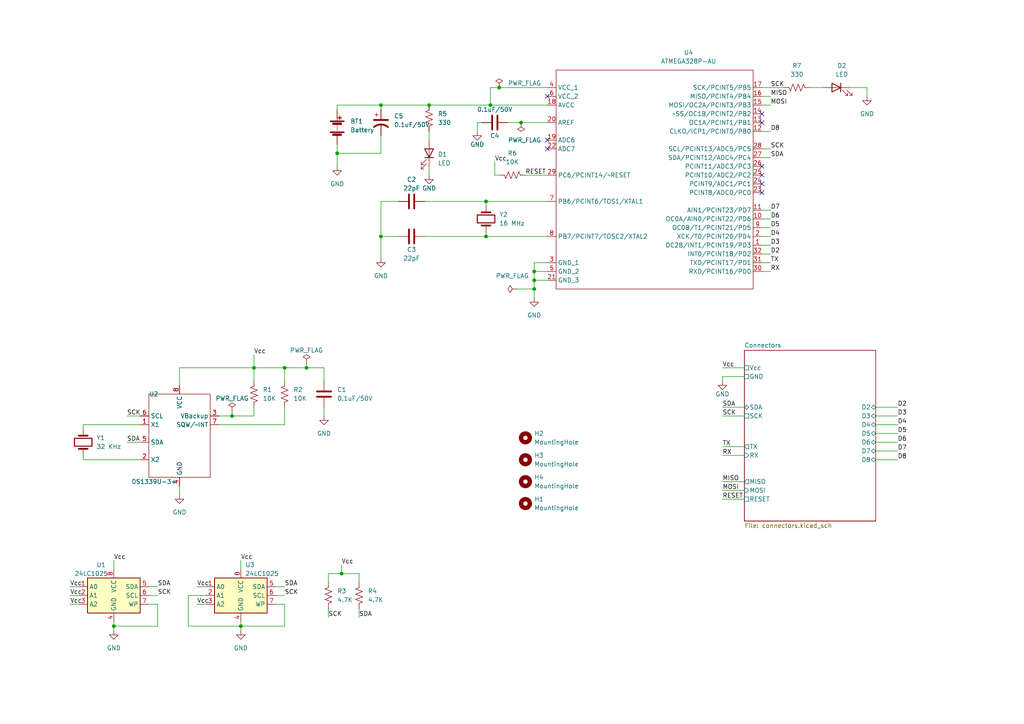
<source format=kicad_sch>
(kicad_sch (version 20211123) (generator eeschema)
  (paper "A4")
  (title_block (title "${project_name}") (date "2022-05-28") (rev "1"))
  (lib_symbols
    (symbol "RN_Batteries:Battery" (pin_numbers hide) (pin_names (offset 0) hide)
      (property "Reference" "BT" (at 2.54 2.54 0))
      (property "Value" "Battery" (at 2.54 0 0))
      (symbol "Battery_0_1"
        (rectangle (start -2.032 -1.397) (end 2.032 -1.651) (fill (type outline)))
        (rectangle (start -2.032 1.778) (end 2.032 1.524) (fill (type outline)))
        (rectangle (start -1.3208 -1.9812) (end 1.27 -2.4892) (fill (type outline)))
        (rectangle (start -1.3208 1.1938) (end 1.27 0.6858) (fill (type outline)))
        (polyline (pts (xy 0 -1.524) (xy 0 -1.27)))
        (polyline (pts (xy 0 -1.016) (xy 0 -0.762)))
        (polyline (pts (xy 0 -0.508) (xy 0 -0.254)))
        (polyline (pts (xy 0 0) (xy 0 0.254)))
        (polyline (pts (xy 0 0.508) (xy 0 0.762)))
        (polyline (pts (xy 0 1.778) (xy 0 2.54)))
        (polyline (pts (xy 0.254 2.667) (xy 1.27 2.667)) (stroke (width 0.254)))
        (polyline (pts (xy 0.762 3.175) (xy 0.762 2.159)) (stroke (width 0.254)))
      )
      (symbol "Battery_1_1"
        (pin passive line (at 0 5.08 270) (length 2.54) (name "+") (number "1"))
        (pin passive line (at 0 -5.08 90) (length 2.54) (name "-") (number "2"))
      )
    )
    (symbol "RN_Capacitors:C_NPOL" (pin_numbers hide) (pin_names (offset 0.254))
      (property "Reference" "C" (at 0.635 2.54 0))
      (property "Value" "C_NPOL" (at 0.635 -2.54 0))
      (symbol "C_NPOL_0_1"
        (polyline (pts (xy -2.032 -0.762) (xy 2.032 -0.762)) (stroke (width 0.508)))
        (polyline (pts (xy -2.032 0.762) (xy 2.032 0.762)) (stroke (width 0.508)))
      )
      (symbol "C_NPOL_1_1"
        (pin passive line (at 0 3.81 270) (length 2.794) (name "~") (number "1"))
        (pin passive line (at 0 -3.81 90) (length 2.794) (name "~") (number "2"))
      )
    )
    (symbol "RN_Capacitors:C_POL" (pin_numbers hide) (pin_names (offset 0.254) hide)
      (property "Reference" "C" (at 0.635 2.54 0))
      (property "Value" "C_POL" (at 0.635 -2.54 0))
      (symbol "C_POL_0_1"
        (polyline (pts (xy -2.032 0.762) (xy 2.032 0.762)) (stroke (width 0.508)))
        (polyline (pts (xy -1.778 2.286) (xy -0.762 2.286)))
        (polyline (pts (xy -1.27 1.778) (xy -1.27 2.794)))
        (arc (start 2.032 -1.27) (mid 0 -0.5572) (end -2.032 -1.27) (stroke (width 0.508)))
      )
      (symbol "C_POL_1_1"
        (pin passive line (at 0 3.81 270) (length 2.794) (name "~") (number "1"))
        (pin passive line (at 0 -3.81 90) (length 3.302) (name "~") (number "2"))
      )
    )
    (symbol "RN_Crystals:Y" (pin_numbers hide) (pin_names (offset 1.016) hide)
      (property "Reference" "Y" (at 0 3.81 0))
      (property "Value" "Y" (at 0 -3.81 0))
      (symbol "Y_0_1"
        (rectangle (start -1.143 2.54) (end 1.143 -2.54) (stroke (width 0.3048)))
        (polyline (pts (xy -2.54 0) (xy -1.905 0)))
        (polyline (pts (xy -1.905 -1.27) (xy -1.905 1.27)) (stroke (width 0.508)))
        (polyline (pts (xy 1.905 -1.27) (xy 1.905 1.27)) (stroke (width 0.508)))
        (polyline (pts (xy 2.54 0) (xy 1.905 0)))
      )
      (symbol "Y_1_1"
        (pin passive line (at -3.81 0 0) (length 1.27) (name "1") (number "1"))
        (pin passive line (at 3.81 0 180) (length 1.27) (name "2") (number "2"))
      )
    )
    (symbol "RN_IC_Memory:24LC1025"
      (property "Reference" "U" (at -6.35 6.35 0))
      (property "Value" "24LC1025" (at 1.27 6.35 0))
      (symbol "24LC1025_1_1"
        (rectangle (start -7.62 5.08) (end 7.62 -5.08) (stroke (width 0.254)) (fill (type background)))
        (pin input line (at -10.16 2.54 0) (length 2.54) (name "A0") (number "1"))
        (pin input line (at -10.16 0 0) (length 2.54) (name "A1") (number "2"))
        (pin input line (at -10.16 -2.54 0) (length 2.54) (name "A2") (number "3"))
        (pin power_in line (at 0 -7.62 90) (length 2.54) (name "GND") (number "4"))
        (pin bidirectional line (at 10.16 2.54 180) (length 2.54) (name "SDA") (number "5"))
        (pin input line (at 10.16 0 180) (length 2.54) (name "SCL") (number "6"))
        (pin input line (at 10.16 -2.54 180) (length 2.54) (name "WP") (number "7"))
        (pin power_in line (at 0 7.62 270) (length 2.54) (name "VCC") (number "8"))
      )
    )
    (symbol "RN_IC_Microcontrollers:ATMEGA328P-AU"
      (property "Reference" "U" (at -36.83 64.77 0))
      (property "Value" "ATMEGA328P-AU" (at -30.48 -2.54 0))
      (symbol "ATMEGA328P-AU_0_1"
        (rectangle (start -38.1 63.5) (end 19.05 0))
        (rectangle (start 19.685 20.32) (end 19.685 20.32))
      )
      (symbol "ATMEGA328P-AU_1_1"
        (pin bidirectional line (at 21.59 12.7 180) (length 2.54) (name "OC2B/INT1/PCINT19/PD3") (number "1"))
        (pin bidirectional line (at 21.59 20.32 180) (length 2.54) (name "OC0A/AIN0/PCINT22/PD6") (number "10"))
        (pin bidirectional line (at 21.59 22.86 180) (length 2.54) (name "AIN1/PCINT23/PD7") (number "11"))
        (pin bidirectional line (at 21.59 45.72 180) (length 2.54) (name "CLKO/ICP1/PCINT0/PB0") (number "12"))
        (pin bidirectional line (at 21.59 48.26 180) (length 2.54) (name "OC1A/PCINT1/PB1") (number "13"))
        (pin bidirectional line (at 21.59 50.8 180) (length 2.54) (name "~SS/OC1B/PCINT2/PB2") (number "14"))
        (pin bidirectional line (at 21.59 53.34 180) (length 2.54) (name "MOSI/OC2A/PCINT3/PB3") (number "15"))
        (pin bidirectional line (at 21.59 55.88 180) (length 2.54) (name "MISO/PCINT4/PB4") (number "16"))
        (pin bidirectional line (at 21.59 58.42 180) (length 2.54) (name "SCK/PCINT5/PB5") (number "17"))
        (pin power_in line (at -40.64 53.34 0) (length 2.54) (name "AVCC") (number "18"))
        (pin bidirectional line (at -40.64 43.18 0) (length 2.54) (name "ADC6") (number "19"))
        (pin bidirectional line (at 21.59 15.24 180) (length 2.54) (name "XCK/T0/PCINT20/PD4") (number "2"))
        (pin power_in line (at -40.64 48.26 0) (length 2.54) (name "AREF") (number "20"))
        (pin power_in line (at -40.64 2.54 0) (length 2.54) (name "GND_3") (number "21"))
        (pin bidirectional line (at -40.64 40.64 0) (length 2.54) (name "ADC7") (number "22"))
        (pin bidirectional line (at 21.59 27.94 180) (length 2.54) (name "PCINT8/ADC0/PC0") (number "23"))
        (pin bidirectional line (at 21.59 30.48 180) (length 2.54) (name "PCINT9/ADC1/PC1") (number "24"))
        (pin bidirectional line (at 21.59 33.02 180) (length 2.54) (name "PCINT10/ADC2/PC2") (number "25"))
        (pin bidirectional line (at 21.59 35.56 180) (length 2.54) (name "PCINT11/ADC3/PC3") (number "26"))
        (pin bidirectional line (at 21.59 38.1 180) (length 2.54) (name "SDA/PCINT12/ADC4/PC4") (number "27"))
        (pin bidirectional line (at 21.59 40.64 180) (length 2.54) (name "SCL/PCINT13/ADC5/PC5") (number "28"))
        (pin bidirectional line (at -40.64 33.02 0) (length 2.54) (name "PC6/PCINT14/~RESET") (number "29"))
        (pin power_in line (at -40.64 7.62 0) (length 2.54) (name "GND_1") (number "3"))
        (pin bidirectional line (at 21.59 5.08 180) (length 2.54) (name "RXD/PCINT16/PD0") (number "30"))
        (pin bidirectional line (at 21.59 7.62 180) (length 2.54) (name "TXD/PCINT17/PD1") (number "31"))
        (pin bidirectional line (at 21.59 10.16 180) (length 2.54) (name "INT0/PCINT18/PD2") (number "32"))
        (pin power_in line (at -40.64 58.42 0) (length 2.54) (name "VCC_1") (number "4"))
        (pin power_in line (at -40.64 5.08 0) (length 2.54) (name "GND_2") (number "5"))
        (pin power_in line (at -40.64 55.88 0) (length 2.54) (name "VCC_2") (number "6"))
        (pin bidirectional line (at -40.64 25.4 0) (length 2.54) (name "PB6/PCINT6/TOS1/XTAL1") (number "7"))
        (pin bidirectional line (at -40.64 15.24 0) (length 2.54) (name "PB7/PCINT7/TOSC2/XTAL2") (number "8"))
        (pin bidirectional line (at 21.59 17.78 180) (length 2.54) (name "OC0B/T1/PCINT21/PD5") (number "9"))
      )
    )
    (symbol "RN_IC_RTC:DS1339U-3+"
      (property "Reference" "U" (at -8.89 17.78 0))
      (property "Value" "DS1339U-3+" (at -2.54 -8.89 0))
      (symbol "DS1339U-3+_0_1"
        (rectangle (start -8.89 16.51) (end 8.89 -7.62))
      )
      (symbol "DS1339U-3+_1_1"
        (pin input line (at -11.43 7.62 0) (length 2.54) (name "X1") (number "1"))
        (pin input line (at -11.43 -2.54 0) (length 2.54) (name "X2") (number "2"))
        (pin power_in line (at 11.43 10.16 180) (length 2.54) (name "VBackup") (number "3"))
        (pin power_in line (at 0 -10.16 90) (length 2.54) (name "GND") (number "4"))
        (pin bidirectional line (at -11.43 2.54 0) (length 2.54) (name "SDA") (number "5"))
        (pin input line (at -11.43 10.16 0) (length 2.54) (name "SCL") (number "6"))
        (pin output line (at 11.43 7.62 180) (length 2.54) (name "SQW/~INT") (number "7"))
        (pin power_in line (at 0 19.05 270) (length 2.54) (name "VCC") (number "8"))
      )
    )
    (symbol "RN_LED:LED" (pin_numbers hide) (pin_names (offset 1.016) hide)
      (property "Reference" "D" (at -1.27 2.54 0))
      (property "Value" "LED" (at -1.27 -3.81 0))
      (symbol "LED_0_1"
        (polyline (pts (xy 0 -1.27) (xy 0 1.27)) (stroke (width 0.254)))
        (polyline (pts (xy 0 0) (xy -2.54 0)))
        (polyline (pts (xy -2.54 -1.27) (xy -2.54 1.27) (xy 0 0) (xy -2.54 -1.27)) (stroke (width 0.254)))
        (polyline (pts (xy 0.508 -0.762) (xy 2.032 -2.286) (xy 1.27 -2.286) (xy 2.032 -2.286) (xy 2.032 -1.524)))
        (polyline (pts (xy 1.778 -0.762) (xy 3.302 -2.286) (xy 2.54 -2.286) (xy 3.302 -2.286) (xy 3.302 -1.524)))
      )
      (symbol "LED_1_1"
        (pin passive line (at 2.54 0 180) (length 2.54) (name "K") (number "1"))
        (pin passive line (at -5.08 0 0) (length 2.54) (name "A") (number "2"))
      )
    )
    (symbol "RN_Mounting:MountingHole" (pin_names (offset 1.016))
      (property "Reference" "H" (at 0 5.08 0))
      (property "Value" "MountingHole" (at 0 3.175 0))
      (symbol "MountingHole_0_1"
        (circle (center 0 0) (radius 1.27) (stroke (width 1.27)))
      )
    )
    (symbol "RN_Power:GND" (power) (pin_names (offset 0))
      (property "Value" "GND" (at 0 -3.81 0))
      (symbol "GND_0_1"
        (polyline (pts (xy 0 0) (xy 0 -1.27) (xy 1.27 -1.27) (xy 0 -2.54) (xy -1.27 -1.27) (xy 0 -1.27)))
      )
      (symbol "GND_1_1"
        (pin power_in line (at 0 0 270) (length 0) hide (name "GND") (number "1"))
      )
    )
    (symbol "RN_Power:PWR_FLAG" (power) (pin_numbers hide) (pin_names (offset 0) hide)
      (property "Value" "PWR_FLAG" (at 0 3.81 0))
      (symbol "PWR_FLAG_0_0"
        (pin power_out line (at 0 0 90) (length 0) (name "pwr") (number "1"))
      )
      (symbol "PWR_FLAG_0_1"
        (polyline (pts (xy 0 0) (xy 0 1.27) (xy -1.016 1.905) (xy 0 2.54) (xy 1.016 1.905) (xy 0 1.27)))
      )
    )
    (symbol "RN_Resistors:R" (pin_numbers hide) (pin_names (offset 0))
      (property "Reference" "R" (at 0 2.54 0))
      (property "Value" "R" (at 0 -2.54 0))
      (symbol "R_0_1"
        (polyline (pts (xy -2.286 0) (xy -2.54 0)))
        (polyline (pts (xy 2.286 0) (xy 2.54 0)))
        (polyline (pts (xy -0.762 0) (xy -1.143 1.016) (xy -1.524 0) (xy -1.905 -1.016) (xy -2.286 0)))
        (polyline (pts (xy 0.762 0) (xy 0.381 1.016) (xy 0 0) (xy -0.381 -1.016) (xy -0.762 0)))
        (polyline (pts (xy 2.286 0) (xy 1.905 1.016) (xy 1.524 0) (xy 1.143 -1.016) (xy 0.762 0)))
      )
      (symbol "R_1_1"
        (pin passive line (at 3.81 0 180) (length 1.27) (name "~") (number "1"))
        (pin passive line (at -3.81 0 0) (length 1.27) (name "~") (number "2"))
      )
    )
  )
  (junction (at 33.02 181.61))
  (junction (at 124.46 30.48))
  (junction (at 140.97 68.58))
  (junction (at 88.9 106.68))
  (junction (at 97.79 44.45))
  (junction (at 73.66 106.68))
  (junction (at 154.94 78.74))
  (junction (at 67.31 120.65))
  (junction (at 144.78 25.4))
  (junction (at 142.24 30.48))
  (junction (at 99.06 166.37))
  (junction (at 151.13 35.56))
  (junction (at 140.97 58.42))
  (junction (at 69.85 181.61))
  (junction (at 110.49 68.58))
  (junction (at 82.55 106.68))
  (junction (at 110.49 30.48))
  (junction (at 154.94 81.28))
  (junction (at 154.94 83.82))
  (no_connect (at 158.75 27.94))
  (no_connect (at 158.75 43.18))
  (no_connect (at 220.98 53.34))
  (no_connect (at 220.98 50.8))
  (no_connect (at 220.98 48.26))
  (no_connect (at 220.98 55.88))
  (no_connect (at 220.98 35.56))
  (no_connect (at 220.98 33.02))
  (no_connect (at 158.75 40.64))
  (wire (pts (xy 209.55 109.22) (xy 215.9 109.22)))
  (wire (pts (xy 82.55 175.26) (xy 82.55 181.61)))
  (wire (pts (xy 142.24 25.4) (xy 142.24 30.48)))
  (wire (pts (xy 24.13 133.35) (xy 24.13 132.08)))
  (wire (pts (xy 57.15 170.18) (xy 59.69 170.18)))
  (wire (pts (xy 124.46 48.26) (xy 124.46 50.8)))
  (wire (pts (xy 209.55 142.24) (xy 215.9 142.24)))
  (wire (pts (xy 209.55 120.65) (xy 215.9 120.65)))
  (wire (pts (xy 124.46 30.48) (xy 110.49 30.48)))
  (wire (pts (xy 82.55 123.19) (xy 82.55 118.11)))
  (wire (pts (xy 33.02 181.61) (xy 33.02 182.88)))
  (wire (pts (xy 20.32 175.26) (xy 22.86 175.26)))
  (wire (pts (xy 220.98 43.18) (xy 223.52 43.18)))
  (wire (pts (xy 24.13 123.19) (xy 24.13 124.46)))
  (wire (pts (xy 158.75 25.4) (xy 144.78 25.4)))
  (wire (pts (xy 154.94 81.28) (xy 154.94 83.82)))
  (wire (pts (xy 43.18 172.72) (xy 45.72 172.72)))
  (wire (pts (xy 110.49 68.58) (xy 110.49 74.93)))
  (wire (pts (xy 209.55 118.11) (xy 215.9 118.11)))
  (wire (pts (xy 251.46 27.94) (xy 251.46 25.4)))
  (wire (pts (xy 73.66 106.68) (xy 73.66 110.49)))
  (wire (pts (xy 88.9 105.41) (xy 88.9 106.68)))
  (wire (pts (xy 33.02 162.56) (xy 33.02 165.1)))
  (wire (pts (xy 110.49 30.48) (xy 110.49 31.75)))
  (wire (pts (xy 123.19 58.42) (xy 140.97 58.42)))
  (wire (pts (xy 95.25 176.53) (xy 95.25 179.07)))
  (wire (pts (xy 154.94 78.74) (xy 158.75 78.74)))
  (wire (pts (xy 80.01 170.18) (xy 82.55 170.18)))
  (wire (pts (xy 140.97 67.31) (xy 140.97 68.58)))
  (wire (pts (xy 73.66 120.65) (xy 73.66 118.11)))
  (wire (pts (xy 220.98 60.96) (xy 223.52 60.96)))
  (wire (pts (xy 223.52 38.1) (xy 220.98 38.1)))
  (wire (pts (xy 220.98 78.74) (xy 223.52 78.74)))
  (wire (pts (xy 254 128.27) (xy 260.35 128.27)))
  (wire (pts (xy 82.55 106.68) (xy 82.55 110.49)))
  (wire (pts (xy 95.25 166.37) (xy 99.06 166.37)))
  (wire (pts (xy 124.46 38.1) (xy 124.46 40.64)))
  (wire (pts (xy 95.25 168.91) (xy 95.25 166.37)))
  (wire (pts (xy 220.98 25.4) (xy 227.33 25.4)))
  (wire (pts (xy 43.18 170.18) (xy 45.72 170.18)))
  (wire (pts (xy 138.43 35.56) (xy 139.7 35.56)))
  (wire (pts (xy 115.57 58.42) (xy 110.49 58.42)))
  (wire (pts (xy 63.5 123.19) (xy 82.55 123.19)))
  (wire (pts (xy 154.94 76.2) (xy 154.94 78.74)))
  (wire (pts (xy 220.98 73.66) (xy 223.52 73.66)))
  (wire (pts (xy 36.83 120.65) (xy 40.64 120.65)))
  (wire (pts (xy 67.31 120.65) (xy 73.66 120.65)))
  (wire (pts (xy 140.97 68.58) (xy 158.75 68.58)))
  (wire (pts (xy 110.49 39.37) (xy 110.49 44.45)))
  (wire (pts (xy 144.78 25.4) (xy 142.24 25.4)))
  (wire (pts (xy 220.98 63.5) (xy 223.52 63.5)))
  (wire (pts (xy 158.75 30.48) (xy 142.24 30.48)))
  (wire (pts (xy 209.55 144.78) (xy 215.9 144.78)))
  (wire (pts (xy 88.9 106.68) (xy 93.98 106.68)))
  (wire (pts (xy 63.5 120.65) (xy 67.31 120.65)))
  (wire (pts (xy 209.55 129.54) (xy 215.9 129.54)))
  (wire (pts (xy 93.98 106.68) (xy 93.98 110.49)))
  (wire (pts (xy 158.75 76.2) (xy 154.94 76.2)))
  (wire (pts (xy 149.86 83.82) (xy 154.94 83.82)))
  (wire (pts (xy 140.97 58.42) (xy 140.97 59.69)))
  (wire (pts (xy 254 133.35) (xy 260.35 133.35)))
  (wire (pts (xy 220.98 71.12) (xy 223.52 71.12)))
  (wire (pts (xy 93.98 118.11) (xy 93.98 120.65)))
  (wire (pts (xy 209.55 132.08) (xy 215.9 132.08)))
  (wire (pts (xy 138.43 35.56) (xy 138.43 38.1)))
  (wire (pts (xy 123.19 68.58) (xy 140.97 68.58)))
  (wire (pts (xy 254 120.65) (xy 260.35 120.65)))
  (wire (pts (xy 220.98 45.72) (xy 223.52 45.72)))
  (wire (pts (xy 40.64 133.35) (xy 24.13 133.35)))
  (wire (pts (xy 143.51 46.99) (xy 143.51 50.8)))
  (wire (pts (xy 110.49 58.42) (xy 110.49 68.58)))
  (wire (pts (xy 80.01 175.26) (xy 82.55 175.26)))
  (wire (pts (xy 54.61 172.72) (xy 54.61 181.61)))
  (wire (pts (xy 152.4 50.8) (xy 158.75 50.8)))
  (wire (pts (xy 220.98 76.2) (xy 223.52 76.2)))
  (wire (pts (xy 220.98 68.58) (xy 223.52 68.58)))
  (wire (pts (xy 154.94 81.28) (xy 158.75 81.28)))
  (wire (pts (xy 40.64 123.19) (xy 24.13 123.19)))
  (wire (pts (xy 69.85 180.34) (xy 69.85 181.61)))
  (wire (pts (xy 220.98 30.48) (xy 223.52 30.48)))
  (wire (pts (xy 124.46 30.48) (xy 142.24 30.48)))
  (wire (pts (xy 99.06 166.37) (xy 104.14 166.37)))
  (wire (pts (xy 254 123.19) (xy 260.35 123.19)))
  (wire (pts (xy 104.14 166.37) (xy 104.14 168.91)))
  (wire (pts (xy 33.02 180.34) (xy 33.02 181.61)))
  (wire (pts (xy 82.55 106.68) (xy 88.9 106.68)))
  (wire (pts (xy 54.61 181.61) (xy 69.85 181.61)))
  (wire (pts (xy 99.06 163.83) (xy 99.06 166.37)))
  (wire (pts (xy 45.72 175.26) (xy 45.72 181.61)))
  (wire (pts (xy 20.32 172.72) (xy 22.86 172.72)))
  (wire (pts (xy 254 130.81) (xy 260.35 130.81)))
  (wire (pts (xy 52.07 106.68) (xy 73.66 106.68)))
  (wire (pts (xy 69.85 181.61) (xy 69.85 182.88)))
  (wire (pts (xy 158.75 58.42) (xy 140.97 58.42)))
  (wire (pts (xy 254 118.11) (xy 260.35 118.11)))
  (wire (pts (xy 73.66 102.87) (xy 73.66 106.68)))
  (wire (pts (xy 154.94 78.74) (xy 154.94 81.28)))
  (wire (pts (xy 251.46 25.4) (xy 246.38 25.4)))
  (wire (pts (xy 36.83 128.27) (xy 40.64 128.27)))
  (wire (pts (xy 254 125.73) (xy 260.35 125.73)))
  (wire (pts (xy 220.98 66.04) (xy 223.52 66.04)))
  (wire (pts (xy 209.55 106.68) (xy 215.9 106.68)))
  (wire (pts (xy 69.85 181.61) (xy 82.55 181.61)))
  (wire (pts (xy 54.61 172.72) (xy 59.69 172.72)))
  (wire (pts (xy 97.79 44.45) (xy 97.79 48.26)))
  (wire (pts (xy 110.49 30.48) (xy 97.79 30.48)))
  (wire (pts (xy 57.15 175.26) (xy 59.69 175.26)))
  (wire (pts (xy 151.13 35.56) (xy 158.75 35.56)))
  (wire (pts (xy 147.32 35.56) (xy 151.13 35.56)))
  (wire (pts (xy 52.07 111.76) (xy 52.07 106.68)))
  (wire (pts (xy 69.85 162.56) (xy 69.85 165.1)))
  (wire (pts (xy 110.49 44.45) (xy 97.79 44.45)))
  (wire (pts (xy 220.98 27.94) (xy 223.52 27.94)))
  (wire (pts (xy 73.66 106.68) (xy 82.55 106.68)))
  (wire (pts (xy 209.55 139.7) (xy 215.9 139.7)))
  (wire (pts (xy 234.95 25.4) (xy 238.76 25.4)))
  (wire (pts (xy 97.79 30.48) (xy 97.79 31.75)))
  (wire (pts (xy 110.49 68.58) (xy 115.57 68.58)))
  (wire (pts (xy 20.32 170.18) (xy 22.86 170.18)))
  (wire (pts (xy 97.79 41.91) (xy 97.79 44.45)))
  (wire (pts (xy 143.51 50.8) (xy 144.78 50.8)))
  (wire (pts (xy 209.55 109.22) (xy 209.55 110.49)))
  (wire (pts (xy 43.18 175.26) (xy 45.72 175.26)))
  (wire (pts (xy 104.14 176.53) (xy 104.14 179.07)))
  (wire (pts (xy 154.94 83.82) (xy 154.94 86.36)))
  (wire (pts (xy 52.07 140.97) (xy 52.07 143.51)))
  (wire (pts (xy 80.01 172.72) (xy 82.55 172.72)))
  (wire (pts (xy 67.31 119.38) (xy 67.31 120.65)))
  (wire (pts (xy 33.02 181.61) (xy 45.72 181.61)))
  (label "Vcc" (at 20.32 175.26 0))
  (label "MISO" (at 209.55 139.7 0))
  (label "TX" (at 223.52 76.2 0))
  (label "Vcc" (at 73.66 102.87 0))
  (label "SDA" (at 36.83 128.27 0))
  (label "Vcc" (at 57.15 175.26 0))
  (label "D2" (at 260.35 118.11 0))
  (label "MISO" (at 223.52 27.94 0))
  (label "Vcc" (at 20.32 170.18 0))
  (label "RESET" (at 209.55 144.78 0))
  (label "SCK" (at 45.72 172.72 0))
  (label "D6" (at 260.35 128.27 0))
  (label "MOSI" (at 209.55 142.24 0))
  (label "Vcc" (at 69.85 162.56 0))
  (label "SCK" (at 95.25 179.07 0))
  (label "RX" (at 223.52 78.74 0))
  (label "D3" (at 260.35 120.65 0))
  (label "D8" (at 260.35 133.35 0))
  (label "SCK" (at 223.52 25.4 0))
  (label "TX" (at 209.55 129.54 0))
  (label "D7" (at 223.52 60.96 0))
  (label "D6" (at 223.52 63.5 0))
  (label "SDA" (at 223.52 45.72 0))
  (label "SCK" (at 209.55 120.65 0))
  (label "D7" (at 260.35 130.81 0))
  (label "Vcc" (at 99.06 163.83 0))
  (label "SCK" (at 223.52 43.18 0))
  (label "SDA" (at 209.55 118.11 0))
  (label "D4" (at 223.52 68.58 0))
  (label "D5" (at 260.35 125.73 0))
  (label "Vcc" (at 57.15 170.18 0))
  (label "RX" (at 209.55 132.08 0))
  (label "SDA" (at 104.14 179.07 0))
  (label "D8" (at 223.52 38.1 0))
  (label "Vcc" (at 143.51 46.99 0))
  (label "Vcc" (at 33.02 162.56 0))
  (label "D3" (at 223.52 71.12 0))
  (label "SDA" (at 82.55 170.18 0))
  (label "Vcc" (at 209.55 106.68 0))
  (label "D4" (at 260.35 123.19 0))
  (label "D2" (at 223.52 73.66 0))
  (label "MOSI" (at 223.52 30.48 0))
  (label "SCK" (at 36.83 120.65 0))
  (label "RESET" (at 152.4 50.8 0))
  (label "D5" (at 223.52 66.04 0))
  (label "SCK" (at 82.55 172.72 0))
  (label "SDA" (at 45.72 170.18 0))
  (label "Vcc" (at 20.32 172.72 0))
  (symbol (lib_id "RN_LED:LED") (at 243.84 25.4 0) (unit 1)
    (property "Reference" "D2" (at 244.1575 19.05 0))
    (property "Value" "LED" (at 244.1575 21.59 0))
    (property "Footprint" "RN_LED:D_SMD_LED_GREEN_0805_WUE_150080GS75000" (effects hide))
  )
  (symbol (lib_id "RN_IC_Microcontrollers:ATMEGA328P-AU") (at 199.39 83.82 0) (unit 1)
    (property "Reference" "U4" (at 199.7075 15.24 0))
    (property "Value" "ATMEGA328P-AU" (at 199.7075 17.78 0))
    (property "Footprint" "RN_IC_Microcontrollers:U_SMD_ATMEGA320P-AU_QFP-32_MIC_ATMEGA328P-AU" (effects hide))
  )
  (symbol (lib_id "RN_Power:GND") (at 110.49 74.93 0) (unit 1)
    (property "Reference" "#PWR06" (effects hide))
    (property "Value" "GND" (at 110.49 80.01 0))
  )
  (symbol (lib_id "RN_Power:GND") (at 69.85 182.88 0) (unit 1)
    (property "Reference" "#PWR03" (effects hide))
    (property "Value" "GND" (at 69.85 187.96 0))
  )
  (symbol (lib_id "RN_Mounting:MountingHole") (at 152.4 146.05 0) (unit 1)
    (property "Reference" "H1" (at 154.94 144.7799 0) (effects (justify left)))
    (property "Value" "MountingHole" (at 154.94 147.3199 0) (effects (justify left)))
    (property "Footprint" "RN_Mounting:MOUNTINGHOLE_2.1MM" (effects hide))
  )
  (symbol (lib_id "RN_Mounting:MountingHole") (at 152.4 127 0) (unit 1)
    (property "Reference" "H2" (at 154.94 125.7299 0) (effects (justify left)))
    (property "Value" "MountingHole" (at 154.94 128.2699 0) (effects (justify left)))
    (property "Footprint" "RN_Mounting:MOUNTINGHOLE_2.1MM" (effects hide))
  )
  (symbol (lib_id "RN_Power:PWR_FLAG") (at 151.13 35.56 180) (unit 1)
    (property "Reference" "#FLG0105" (effects hide))
    (property "Value" "PWR_FLAG" (at 147.32 40.64 0) (effects (justify right)))
  )
  (symbol (lib_id "RN_Power:GND") (at 251.46 27.94 0) (unit 1)
    (property "Reference" "#PWR011" (effects hide))
    (property "Value" "GND" (at 251.46 33.02 0))
  )
  (symbol (lib_id "RN_Power:GND") (at 154.94 86.36 0) (unit 1)
    (property "Reference" "#PWR09" (effects hide))
    (property "Value" "GND" (at 154.94 91.44 0))
  )
  (symbol (lib_id "RN_Power:PWR_FLAG") (at 149.86 83.82 90) (unit 1)
    (property "Reference" "#FLG0103" (effects hide))
    (property "Value" "PWR_FLAG" (at 148.59 80.01 90))
  )
  (symbol (lib_id "RN_Resistors:R") (at 95.25 172.72 90) (unit 1)
    (property "Reference" "R3" (at 97.79 171.4499 90) (effects (justify right)))
    (property "Value" "4.7K" (at 97.79 173.9899 90) (effects (justify right)))
    (property "Footprint" "RN_Resistors:R_SMD_4.7K_0805_YAG_RC0805FR-071KL" (effects hide))
  )
  (symbol (lib_id "RN_Power:PWR_FLAG") (at 88.9 105.41 0) (unit 1)
    (property "Reference" "#FLG0101" (effects hide))
    (property "Value" "PWR_FLAG" (at 88.9 101.6 0))
  )
  (symbol (lib_id "RN_Power:PWR_FLAG") (at 67.31 119.38 0) (unit 1)
    (property "Reference" "#FLG0102" (effects hide))
    (property "Value" "PWR_FLAG" (at 67.31 115.57 0))
  )
  (symbol (lib_id "RN_IC_Memory:24LC1025") (at 33.02 172.72 0) (unit 1)
    (property "Reference" "U1" (at 27.94 163.83 0) (effects (justify left)))
    (property "Value" "24LC1025" (at 21.59 166.37 0) (effects (justify left)))
    (property "Footprint" "RN_IC_Memory:U_SMD_24LC1025_SOIC-08_MIC_24LC1025T-ESN" (effects hide))
  )
  (symbol (lib_id "RN_Power:GND") (at 93.98 120.65 0) (unit 1)
    (property "Reference" "#PWR04" (effects hide))
    (property "Value" "GND" (at 93.98 125.73 0))
  )
  (symbol (lib_id "RN_Capacitors:C_POL") (at 110.49 35.56 0) (unit 1)
    (property "Reference" "C5" (at 114.3 33.6549 0) (effects (justify left)))
    (property "Value" "0.1uF/50V" (at 114.3 36.1949 0) (effects (justify left)))
    (property "Footprint" "RN_Capacitors:C_POL_SMD_0.1UF50V_WUE_865230640001" (effects hide))
  )
  (symbol (lib_id "RN_Resistors:R") (at 148.59 50.8 0) (unit 1)
    (property "Reference" "R6" (at 148.59 44.45 0))
    (property "Value" "10K" (at 148.59 46.99 0))
    (property "Footprint" "RN_Resistors:R_SMD_10K_0805_YAG_RC0805FR-0710KL" (effects hide))
  )
  (symbol (lib_id "RN_Crystals:Y") (at 140.97 63.5 270) (unit 1)
    (property "Reference" "Y2" (at 144.78 62.2299 90) (effects (justify left)))
    (property "Value" "16 MHz" (at 144.78 64.7699 90) (effects (justify left)))
    (property "Footprint" "RN_Crystals:Y_SMD_CRYSTAL_16K_L5.0MMXW3.20_ABR_ABM3-16.000MHZ-B2-T" (effects hide))
  )
  (symbol (lib_id "RN_Power:GND") (at 124.46 50.8 0) (unit 1)
    (property "Reference" "#PWR07" (effects hide))
    (property "Value" "GND" (at 124.46 54.61 0))
  )
  (symbol (lib_id "RN_Power:PWR_FLAG") (at 144.78 25.4 0) (unit 1)
    (property "Reference" "#FLG0104" (effects hide))
    (property "Value" "PWR_FLAG" (at 147.32 24.1299 0) (effects (justify left)))
  )
  (symbol (lib_id "RN_IC_RTC:DS1339U-3+") (at 52.07 130.81 0) (unit 1)
    (property "Reference" "U2" (at 43.18 114.3 0) (effects (justify left)))
    (property "Value" "DS1339U-3+" (at 38.1 139.7 0) (effects (justify left)))
    (property "Footprint" "RN_IC_RTC:U_SMD_DS1339U_DIP08_ANA_DS1339U-3+" (effects hide))
  )
  (symbol (lib_id "RN_Mounting:MountingHole") (at 152.4 139.7 0) (unit 1)
    (property "Reference" "H4" (at 154.94 138.4299 0) (effects (justify left)))
    (property "Value" "MountingHole" (at 154.94 140.9699 0) (effects (justify left)))
    (property "Footprint" "RN_Mounting:MOUNTINGHOLE_2.1MM" (effects hide))
  )
  (symbol (lib_id "RN_Batteries:Battery") (at 97.79 36.83 0) (unit 1)
    (property "Reference" "BT1" (at 101.6 35.1789 0) (effects (justify left)))
    (property "Value" "Battery" (at 101.6 37.7189 0) (effects (justify left)))
    (property "Footprint" "RN_Connectors:J_PTH_CONN_HEADER_MALE_01x02_WUE_61300211121" (effects hide))
  )
  (symbol (lib_id "RN_Crystals:Y") (at 24.13 128.27 270) (unit 1)
    (property "Reference" "Y1" (at 27.94 126.9999 90) (effects (justify left)))
    (property "Value" "32 KHz" (at 27.94 129.5399 90) (effects (justify left)))
    (property "Footprint" "RN_Crystals:Y_SMD_CRYSTAL_32K_L5.0MMXW3.20_ABR_ABM3-32.000MHZ-D2Y-T" (effects hide))
  )
  (symbol (lib_id "RN_Capacitors:C_NPOL") (at 119.38 68.58 90) (unit 1)
    (property "Reference" "C3" (at 119.38 72.39 90))
    (property "Value" "22pF" (at 119.38 74.93 90))
    (property "Footprint" "RN_Capacitors:C_SMD_22PF50V_0603_TDK_CGA3E2NP01H220J080AA" (effects hide))
  )
  (symbol (lib_id "RN_IC_Memory:24LC1025") (at 69.85 172.72 0) (unit 1)
    (property "Reference" "U3" (at 71.12 163.83 0) (effects (justify left)))
    (property "Value" "24LC1025" (at 71.12 166.37 0) (effects (justify left)))
    (property "Footprint" "RN_IC_Memory:U_SMD_24LC1025_SOIC-08_MIC_24LC1025T-ESN" (effects hide))
  )
  (symbol (lib_id "RN_Power:GND") (at 52.07 143.51 0) (unit 1)
    (property "Reference" "#PWR01" (effects hide))
    (property "Value" "GND" (at 52.07 148.59 0))
  )
  (symbol (lib_id "RN_Resistors:R") (at 231.14 25.4 0) (unit 1)
    (property "Reference" "R7" (at 231.14 19.05 0))
    (property "Value" "330" (at 231.14 21.59 0))
    (property "Footprint" "RN_Resistors:R_SMD_330R_0805_YAG_RC0805FR-07330RL" (effects hide))
  )
  (symbol (lib_id "RN_Power:GND") (at 33.02 182.88 0) (unit 1)
    (property "Reference" "#PWR02" (effects hide))
    (property "Value" "GND" (at 33.02 187.96 0))
  )
  (symbol (lib_id "RN_Capacitors:C_NPOL") (at 119.38 58.42 270) (unit 1)
    (property "Reference" "C2" (at 119.38 52.07 90))
    (property "Value" "22pF" (at 119.38 54.61 90))
    (property "Footprint" "RN_Capacitors:C_SMD_22PF50V_0603_TDK_CGA3E2NP01H220J080AA" (effects hide))
  )
  (symbol (lib_id "RN_Mounting:MountingHole") (at 152.4 133.35 0) (unit 1)
    (property "Reference" "H3" (at 154.94 132.0799 0) (effects (justify left)))
    (property "Value" "MountingHole" (at 154.94 134.6199 0) (effects (justify left)))
    (property "Footprint" "RN_Mounting:MOUNTINGHOLE_2.1MM" (effects hide))
  )
  (symbol (lib_id "RN_Power:GND") (at 209.55 110.49 0) (unit 1)
    (property "Reference" "#PWR010" (effects hide))
    (property "Value" "GND" (at 209.55 114.3 0))
  )
  (symbol (lib_id "RN_Resistors:R") (at 104.14 172.72 90) (unit 1)
    (property "Reference" "R4" (at 106.68 171.4499 90) (effects (justify right)))
    (property "Value" "4.7K" (at 106.68 173.9899 90) (effects (justify right)))
    (property "Footprint" "RN_Resistors:R_SMD_4.7K_0805_YAG_RC0805FR-071KL" (effects hide))
  )
  (symbol (lib_id "RN_Capacitors:C_NPOL") (at 93.98 114.3 0) (unit 1)
    (property "Reference" "C1" (at 97.79 113.0299 0) (effects (justify left)))
    (property "Value" "0.1uF/50V" (at 97.79 115.5699 0) (effects (justify left)))
    (property "Footprint" "RN_Capacitors:C_SMD_0.1UF50V_0805_TDK_C2012X8R1H104K125AA" (effects hide))
  )
  (symbol (lib_id "RN_Power:GND") (at 138.43 38.1 0) (unit 1)
    (property "Reference" "#PWR0101" (effects hide))
    (property "Value" "GND" (at 138.43 41.91 0))
  )
  (symbol (lib_id "RN_Resistors:R") (at 73.66 114.3 270) (unit 1)
    (property "Reference" "R1" (at 76.2 113.0299 90) (effects (justify left)))
    (property "Value" "10K" (at 76.2 115.5699 90) (effects (justify left)))
    (property "Footprint" "RN_Resistors:R_SMD_10K_0805_YAG_RC0805FR-0710KL" (effects hide))
  )
  (symbol (lib_id "RN_Capacitors:C_NPOL") (at 143.51 35.56 270) (unit 1)
    (property "Reference" "C4" (at 143.51 39.37 90))
    (property "Value" "0.1uF/50V" (at 143.51 31.75 90))
    (property "Footprint" "RN_Capacitors:C_SMD_0.1UF50V_0805_TDK_C2012X8R1H104K125AA" (effects hide))
  )
  (symbol (lib_id "RN_Resistors:R") (at 82.55 114.3 270) (unit 1)
    (property "Reference" "R2" (at 85.09 113.0299 90) (effects (justify left)))
    (property "Value" "10K" (at 85.09 115.5699 90) (effects (justify left)))
    (property "Footprint" "RN_Resistors:R_SMD_10K_0805_YAG_RC0805FR-0710KL" (effects hide))
  )
  (symbol (lib_id "RN_Resistors:R") (at 124.46 34.29 270) (unit 1)
    (property "Reference" "R5" (at 127 33.0199 90) (effects (justify left)))
    (property "Value" "330" (at 127 35.5599 90) (effects (justify left)))
    (property "Footprint" "RN_Resistors:R_SMD_330R_0805_YAG_RC0805FR-07330RL" (effects hide))
  )
  (symbol (lib_id "RN_LED:LED") (at 124.46 45.72 270) (unit 1)
    (property "Reference" "D1" (at 127 44.7674 90) (effects (justify left)))
    (property "Value" "LED" (at 127 47.3074 90) (effects (justify left)))
    (property "Footprint" "RN_LED:D_SMD_LED_GREEN_0805_WUE_150080GS75000" (effects hide))
  )
  (symbol (lib_id "RN_Power:GND") (at 97.79 48.26 0) (unit 1)
    (property "Reference" "#PWR05" (effects hide))
    (property "Value" "GND" (at 97.79 53.34 0))
  )
  (sheet (at 215.9 101.6) (size 38.1 49.53) (stroke (width 0.1524))
    (property "Sheet name" "Connectors" (at 215.9 100.8884 0) (effects (justify left bottom)))
    (property "Sheet file" "connectors.kicad_sch" (at 215.9 151.7146 0) (effects (justify left top)))
    (pin "GND" passive (at 215.9 109.22 180))
    (pin "Vcc" passive (at 215.9 106.68 180))
    (pin "SDA" bidirectional (at 215.9 118.11 180))
    (pin "SCK" passive (at 215.9 120.65 180))
    (pin "RX" input (at 215.9 132.08 180))
    (pin "TX" output (at 215.9 129.54 180))
    (pin "D4" bidirectional (at 254 123.19 0))
    (pin "D2" bidirectional (at 254 118.11 0))
    (pin "D3" bidirectional (at 254 120.65 0))
    (pin "D5" bidirectional (at 254 125.73 0))
    (pin "D6" bidirectional (at 254 128.27 0))
    (pin "D7" bidirectional (at 254 130.81 0))
    (pin "D8" bidirectional (at 254 133.35 0))
    (pin "MISO" output (at 215.9 139.7 180))
    (pin "MOSI" input (at 215.9 142.24 180))
    (pin "RESET" passive (at 215.9 144.78 180))
  )
)
</source>
